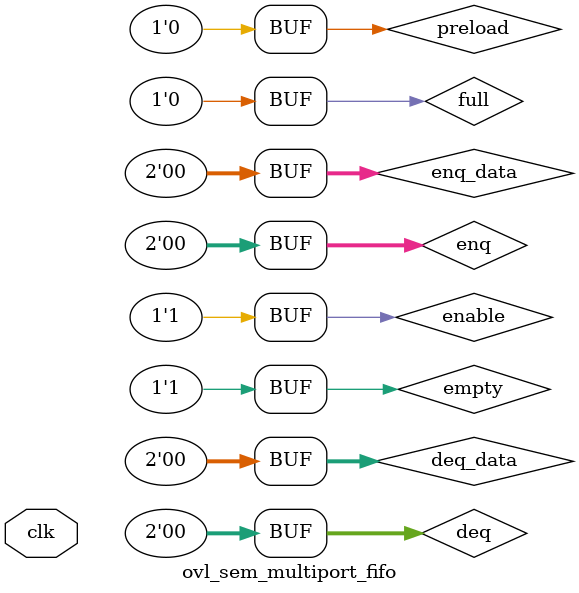
<source format=sv>
module ovl_sem_multiport_fifo(input logic clk);
  logic reset = 1'b0;
  logic enable = 1'b1;
`ifdef FAIL
  logic [1:0] enq = 2'b0x;
`else
  logic [1:0] enq = 2'b00;
`endif
  logic [1:0] deq = 2'b00;
  logic [1:0] enq_data = 2'b00;
  logic [1:0] deq_data = 2'b00;
  logic full = 1'b0;
  logic empty = 1'b1;
  logic [0:0] preload = 1'b0;

  always_ff @(posedge clk)
    reset <= 1'b1;

  ovl_multiport_fifo #(
      .width(1),
      .depth(2),
      .enq_count(2),
      .deq_count(2),
      .value_check(0),
      .full_check(0),
      .empty_check(0),
      .preload_count(0)) dut (
      .clock(clk),
      .reset(reset),
      .enable(enable),
      .enq(enq),
      .deq(deq),
      .enq_data(enq_data),
      .deq_data(deq_data),
      .full(full),
      .empty(empty),
      .preload(preload),
      .fire());
endmodule

</source>
